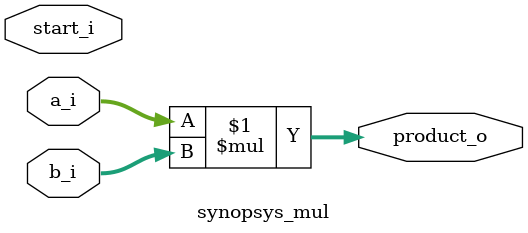
<source format=sv>
module synopsys_mul(
    input  logic        start_i  , 
    input  logic [31:0] a_i      , 
    input  logic [31:0] b_i      ,
    output logic [63:0] product_o 
);

assign product_o = a_i * b_i;

endmodule 

</source>
